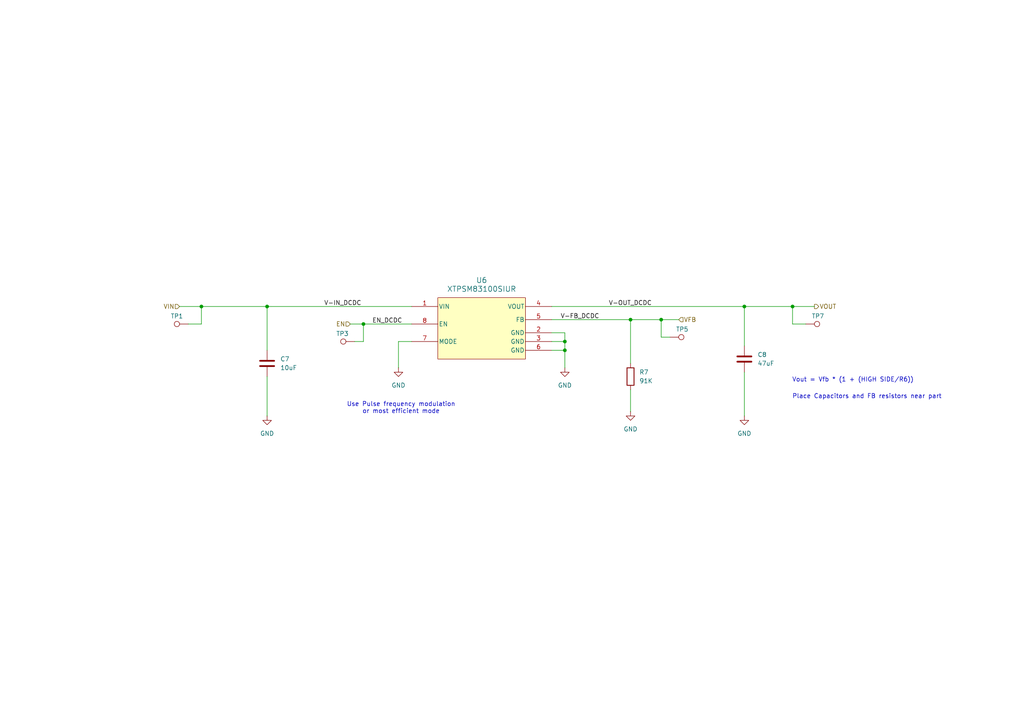
<source format=kicad_sch>
(kicad_sch (version 20250114) (generator "eeschema") (generator_version "9.0")
  (paper "A4")
  (title_block (title "LDO") (company "Benjamin Tyrrell-Davis"))
  (lib_symbols
    (symbol "Connector:TestPoint" (pin_numbers (hide yes)) (pin_names (offset 0.762) (hide yes))
      (property "Reference" "TP" (at 0 6.858 0))
      (property "Value" "TestPoint" (at 0 5.08 0))
      (symbol "TestPoint_0_1"
        (circle (center 0 3.302) (radius 0.762))
      )
      (symbol "TestPoint_1_1"
        (pin passive line (at 0 0 90) (length 2.54) (name "1") (number "1"))
      )
    )
    (symbol "Device:C" (pin_numbers (hide yes)) (pin_names (offset 0.254))
      (property "Reference" "C" (at 0.635 2.54 0))
      (property "Value" "C" (at 0.635 -2.54 0))
      (symbol "C_0_1"
        (polyline (pts (xy -2.032 0.762) (xy 2.032 0.762)) (stroke (width 0.508)))
        (polyline (pts (xy -2.032 -0.762) (xy 2.032 -0.762)) (stroke (width 0.508)))
      )
      (symbol "C_1_1"
        (pin passive line (at 0 3.81 270) (length 2.794) (name "~") (number "1"))
        (pin passive line (at 0 -3.81 90) (length 2.794) (name "~") (number "2"))
      )
    )
    (symbol "Device:R" (pin_numbers (hide yes)) (pin_names (offset 0))
      (property "Reference" "R" (at 2.032 0 90))
      (property "Value" "R" (at 0 0 90))
      (symbol "R_0_1"
        (rectangle (start -1.016 -2.54) (end 1.016 2.54) (stroke (width 0.254)))
      )
      (symbol "R_1_1"
        (pin passive line (at 0 3.81 270) (length 1.27) (name "~") (number "1"))
        (pin passive line (at 0 -3.81 90) (length 1.27) (name "~") (number "2"))
      )
    )
    (symbol "XTPSM83100SIUR:XTPSM83100SIUR" (pin_names (offset 0.254))
      (property "Reference" "U" (at 20.32 10.16 0))
      (property "Value" "XTPSM83100SIUR" (at 20.32 7.62 0))
      (symbol "XTPSM83100SIUR_0_1"
        (pin power_in line (at 0 2.54 0) (length 7.62) (name "VIN") (number "1"))
        (pin input line (at 0 -2.54 0) (length 7.62) (name "EN") (number "8"))
        (pin input line (at 0 -7.62 0) (length 7.62) (name "MODE") (number "7"))
        (pin power_in line (at 40.64 2.54 180) (length 7.62) (name "VOUT") (number "4"))
        (pin input line (at 40.64 -1.27 180) (length 7.62) (name "FB") (number "5"))
        (pin power_out line (at 40.64 -5.08 180) (length 7.62) (name "GND") (number "2"))
        (pin power_out line (at 40.64 -7.62 180) (length 7.62) (name "GND") (number "3"))
        (pin power_out line (at 40.64 -10.16 180) (length 7.62) (name "GND") (number "6"))
      )
      (symbol "XTPSM83100SIUR_1_1"
        (rectangle (start 7.62 5.08) (end 33.02 -12.7) (fill (type color) (color 255 255 194 1)))
      )
    )
    (symbol "power:GND" (power) (pin_numbers (hide yes)) (pin_names (offset 0) (hide yes))
      (property "Value" "GND" (at 0 -3.81 0))
      (symbol "GND_0_1"
        (polyline (pts (xy 0 0) (xy 0 -1.27) (xy 1.27 -1.27) (xy 0 -2.54) (xy -1.27 -1.27) (xy 0 -1.27)))
      )
      (symbol "GND_1_1"
        (pin power_in line (at 0 0 270) (length 0) (name "~") (number "1"))
      )
    )
  )
  (text "Vout = Vfb * (1 + (HIGH SIDE/R6))\n" (at 247.396 110.236 0) (effects (font (size 1.27 1.27))))
  (text "Place Capacitors and FB resistors near part\n" (at 251.46 115.062 0) (effects (font (size 1.27 1.27))))
  (text "Use Pulse frequency modulation\nor most efficient mode" (at 116.332 118.364 0) (effects (font (size 1.27 1.27))))
  (junction (at 163.83 101.6))
  (junction (at 77.47 88.9))
  (junction (at 58.42 88.9))
  (junction (at 229.87 88.9))
  (junction (at 215.9 88.9))
  (junction (at 163.83 99.06))
  (junction (at 182.88 92.71))
  (junction (at 191.77 92.71))
  (junction (at 105.41 93.98))
  (wire (pts (xy 163.83 96.52) (xy 163.83 99.06)))
  (wire (pts (xy 233.68 93.98) (xy 229.87 93.98)))
  (wire (pts (xy 115.57 99.06) (xy 115.57 106.68)))
  (wire (pts (xy 182.88 113.03) (xy 182.88 119.38)))
  (wire (pts (xy 215.9 107.95) (xy 215.9 120.65)))
  (wire (pts (xy 54.61 93.98) (xy 58.42 93.98)))
  (wire (pts (xy 58.42 88.9) (xy 77.47 88.9)))
  (wire (pts (xy 119.38 99.06) (xy 115.57 99.06)))
  (wire (pts (xy 52.07 88.9) (xy 58.42 88.9)))
  (wire (pts (xy 191.77 97.79) (xy 191.77 92.71)))
  (wire (pts (xy 215.9 88.9) (xy 215.9 100.33)))
  (wire (pts (xy 229.87 93.98) (xy 229.87 88.9)))
  (wire (pts (xy 105.41 99.06) (xy 105.41 93.98)))
  (wire (pts (xy 163.83 101.6) (xy 163.83 106.68)))
  (wire (pts (xy 77.47 101.6) (xy 77.47 88.9)))
  (wire (pts (xy 160.02 96.52) (xy 163.83 96.52)))
  (wire (pts (xy 160.02 92.71) (xy 182.88 92.71)))
  (wire (pts (xy 160.02 101.6) (xy 163.83 101.6)))
  (wire (pts (xy 194.31 97.79) (xy 191.77 97.79)))
  (wire (pts (xy 105.41 93.98) (xy 119.38 93.98)))
  (wire (pts (xy 182.88 92.71) (xy 191.77 92.71)))
  (wire (pts (xy 163.83 99.06) (xy 163.83 101.6)))
  (wire (pts (xy 58.42 93.98) (xy 58.42 88.9)))
  (wire (pts (xy 101.6 93.98) (xy 105.41 93.98)))
  (wire (pts (xy 182.88 92.71) (xy 182.88 105.41)))
  (wire (pts (xy 77.47 88.9) (xy 119.38 88.9)))
  (wire (pts (xy 77.47 109.22) (xy 77.47 120.65)))
  (wire (pts (xy 160.02 99.06) (xy 163.83 99.06)))
  (wire (pts (xy 229.87 88.9) (xy 236.22 88.9)))
  (wire (pts (xy 215.9 88.9) (xy 229.87 88.9)))
  (wire (pts (xy 191.77 92.71) (xy 196.85 92.71)))
  (wire (pts (xy 160.02 88.9) (xy 215.9 88.9)))
  (wire (pts (xy 102.87 99.06) (xy 105.41 99.06)))
  (label "V-IN_DCDC" (at 93.98 88.9 0))
  (label "EN_DCDC" (at 107.95 93.98 0))
  (label "V-FB_DCDC" (at 162.56 92.71 0))
  (label "V-OUT_DCDC" (at 176.53 88.9 0))
  (hierarchical_label "VOUT" (shape output) (at 236.22 88.9 0))
  (hierarchical_label "VIN" (shape input) (at 52.07 88.9 180))
  (hierarchical_label "EN" (shape input) (at 101.6 93.98 180))
  (hierarchical_label "VFB" (shape input) (at 196.85 92.71 0))
  (symbol (lib_id "Connector:TestPoint") (at 194.31 97.79 270) (mirror x) (unit 1)
    (property "Reference" "TP5" (at 197.866 95.504 90))
    (property "Value" "TestPoint" (effects (hide yes)))
    (property "Description" "test point" (effects (hide yes)))
  )
  (symbol (lib_id "power:GND") (at 163.83 106.68 0) (unit 1)
    (property "Reference" "#PWR017" (effects (hide yes)))
    (property "Value" "GND" (at 163.83 111.76 0))
    (property "Description" "Power symbol creates a global label with name \"GND\" , ground" (effects (hide yes)))
  )
  (symbol (lib_id "XTPSM83100SIUR:XTPSM83100SIUR") (at 119.38 91.44 0) (unit 1)
    (property "Reference" "U6" (at 139.7 81.28 0) (effects (font (size 1.524 1.524))))
    (property "Value" "XTPSM83100SIUR" (at 139.7 83.82 0) (effects (font (size 1.524 1.524))))
    (property "Footprint" "MICROSIP8_SIU_TEX" (effects (hide yes)))
    (property "Datasheet" "XTPSM83100SIUR" (effects (hide yes)))
  )
  (symbol (lib_id "power:GND") (at 215.9 120.65 0) (unit 1)
    (property "Reference" "#PWR019" (effects (hide yes)))
    (property "Value" "GND" (at 215.9 125.73 0))
    (property "Description" "Power symbol creates a global label with name \"GND\" , ground" (effects (hide yes)))
  )
  (symbol (lib_id "power:GND") (at 182.88 119.38 0) (unit 1)
    (property "Reference" "#PWR018" (effects (hide yes)))
    (property "Value" "GND" (at 182.88 124.46 0))
    (property "Description" "Power symbol creates a global label with name \"GND\" , ground" (effects (hide yes)))
  )
  (symbol (lib_id "power:GND") (at 115.57 106.68 0) (unit 1)
    (property "Reference" "#PWR016" (effects (hide yes)))
    (property "Value" "GND" (at 115.57 111.76 0))
    (property "Description" "Power symbol creates a global label with name \"GND\" , ground" (effects (hide yes)))
  )
  (symbol (lib_id "Connector:TestPoint") (at 54.61 93.98 90) (unit 1)
    (property "Reference" "TP1" (at 51.308 91.694 90))
    (property "Value" "TestPoint" (effects (hide yes)))
    (property "Description" "test point" (effects (hide yes)))
  )
  (symbol (lib_id "Device:C") (at 77.47 105.41 0) (unit 1)
    (property "Reference" "C7" (at 81.28 104.1399 0) (effects (justify left)))
    (property "Value" "10uF" (at 81.28 106.6799 0) (effects (justify left)))
    (property "Footprint" "Capacitor_SMD:C_0603_1608Metric" (effects (hide yes)))
    (property "Description" "Unpolarized capacitor" (effects (hide yes)))
    (property "Part" "GRM188R61A106ME69" (effects (hide yes)))
  )
  (symbol (lib_id "Connector:TestPoint") (at 102.87 99.06 90) (unit 1)
    (property "Reference" "TP3" (at 99.314 96.774 90))
    (property "Value" "TestPoint" (effects (hide yes)))
    (property "Description" "test point" (effects (hide yes)))
  )
  (symbol (lib_id "Device:C") (at 215.9 104.14 0) (unit 1)
    (property "Reference" "C8" (at 219.71 102.8699 0) (effects (justify left)))
    (property "Value" "47uF" (at 219.71 105.4099 0) (effects (justify left)))
    (property "Footprint" "Capacitor_SMD:C_0603_1608Metric" (effects (hide yes)))
    (property "Description" "Unpolarized capacitor" (effects (hide yes)))
    (property "Part" "CL10A476MQ8QRN" (effects (hide yes)))
  )
  (symbol (lib_id "Connector:TestPoint") (at 233.68 93.98 270) (mirror x) (unit 1)
    (property "Reference" "TP7" (at 237.236 91.694 90))
    (property "Value" "TestPoint" (effects (hide yes)))
    (property "Description" "test point" (effects (hide yes)))
  )
  (symbol (lib_id "power:GND") (at 77.47 120.65 0) (unit 1)
    (property "Reference" "#PWR015" (effects (hide yes)))
    (property "Value" "GND" (at 77.47 125.73 0))
    (property "Description" "Power symbol creates a global label with name \"GND\" , ground" (effects (hide yes)))
  )
  (symbol (lib_id "Device:R") (at 182.88 109.22 0) (unit 1)
    (property "Reference" "R7" (at 185.42 107.9499 0) (effects (justify left)))
    (property "Value" "91K" (at 185.42 110.4899 0) (effects (justify left)))
    (property "Footprint" "Resistor_SMD:R_0402_1005Metric" (effects (hide yes)))
    (property "Description" "Resistor" (effects (hide yes)))
  )
)
</source>
